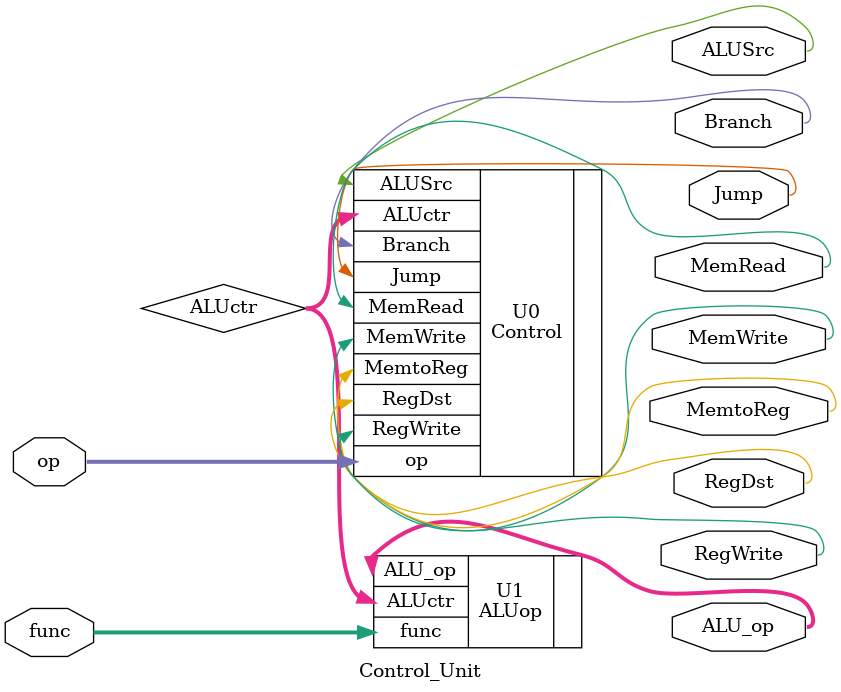
<source format=v>
`timescale 1ns / 1ps
module Control_Unit(
			input [5:0] op, func,
			output RegDst, RegWrite, ALUSrc,
			output MemWrite, MemRead, MemtoReg,
			output Branch, Jump,
			output [2:0] ALU_op
    );

	wire [1:0] ALUctr;
	
	Control U0 (	.op(op),
						.RegDst(RegDst),
						.RegWrite(RegWrite),
						.ALUSrc(ALUSrc),
						.MemWrite(MemWrite),
						.MemRead(MemRead),
						.MemtoReg(MemtoReg),
						.Branch(Branch),
						.Jump(Jump),
						.ALUctr(ALUctr)	);
	
	ALUop U1 (.func(func), .ALUctr(ALUctr), .ALU_op(ALU_op));

endmodule


</source>
